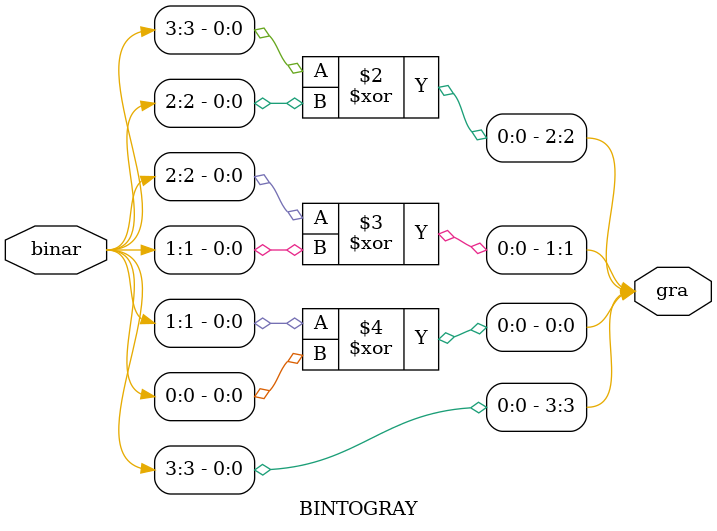
<source format=v>
`timescale 1ns / 1ps


module BINTOGRAY(input [3:0] binar, output reg[3:0] gra);

always@(*)begin
 gra[3]=binar[3];
 gra[2]=binar[3]^binar[2];
  gra[1]=binar[2]^binar[1];
 gra[0]=binar[1]^binar[0];
 end
endmodule

</source>
